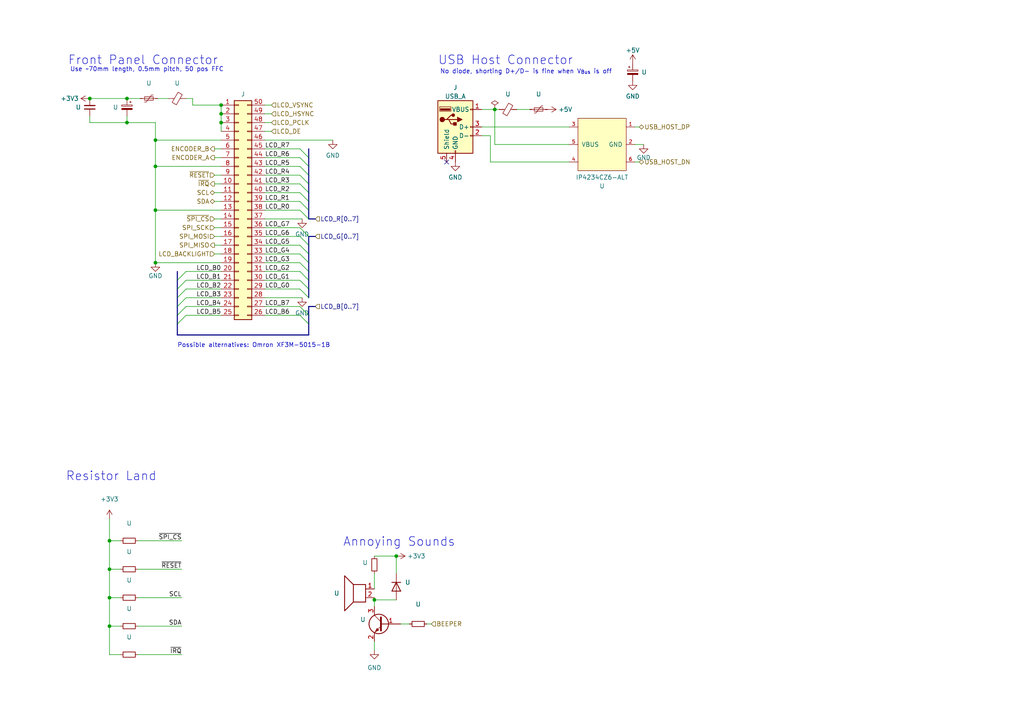
<source format=kicad_sch>
(kicad_sch (version 20220404) (generator eeschema)
  (paper "A4")
  (lib_symbols
    (symbol "Connector:USB_A" (pin_names (offset 1.016))
      (property "Reference" "J" (at -5.08 11.43 0))
      (property "Value" "USB_A" (at -5.08 8.89 0))
      (symbol "USB_A_0_1"
        (rectangle (start -5.08 -7.62) (end 5.08 7.62) (stroke (width 0.254)) (fill (type background)))
        (circle (center -3.81 2.159) (radius 0.635) (stroke (width 0.254)) (fill (type outline)))
        (rectangle (start -1.524 4.826) (end -4.318 5.334) (fill (type outline)))
        (rectangle (start -1.27 4.572) (end -4.572 5.842))
        (circle (center -0.635 3.429) (radius 0.381) (stroke (width 0.254)) (fill (type outline)))
        (rectangle (start -0.127 -7.62) (end 0.127 -6.858))
        (polyline (pts (xy -3.175 2.159) (xy -2.54 2.159) (xy -1.27 3.429) (xy -0.635 3.429)) (stroke (width 0.254)))
        (polyline (pts (xy -2.54 2.159) (xy -1.905 2.159) (xy -1.27 0.889) (xy 0 0.889)) (stroke (width 0.254)))
        (polyline (pts (xy 0.635 2.794) (xy 0.635 1.524) (xy 1.905 2.159) (xy 0.635 2.794)) (stroke (width 0.254)) (fill (type outline)))
        (rectangle (start 0.254 1.27) (end -0.508 0.508) (stroke (width 0.254)) (fill (type outline)))
        (rectangle (start 5.08 -2.667) (end 4.318 -2.413))
        (rectangle (start 5.08 -0.127) (end 4.318 0.127))
        (rectangle (start 5.08 4.953) (end 4.318 5.207))
      )
      (symbol "USB_A_1_1"
        (polyline (pts (xy -1.905 2.159) (xy 0.635 2.159)) (stroke (width 0.254)))
        (pin power_in line (at 7.62 5.08 180) (length 2.54) (name "VBUS") (number "1"))
        (pin bidirectional line (at 7.62 -2.54 180) (length 2.54) (name "D-") (number "2"))
        (pin bidirectional line (at 7.62 0 180) (length 2.54) (name "D+") (number "3"))
        (pin power_in line (at 0 -10.16 90) (length 2.54) (name "GND") (number "4"))
        (pin passive line (at -2.54 -10.16 90) (length 2.54) (name "Shield") (number "5"))
      )
    )
    (symbol "Connector_Generic:Conn_02x25_Counter_Clockwise" (pin_names (offset 1.016) hide)
      (property "Reference" "J" (at 1.27 33.02 0))
      (property "Value" "Conn_02x25_Counter_Clockwise" (at 1.27 -33.02 0))
      (symbol "Conn_02x25_Counter_Clockwise_1_1"
        (rectangle (start -1.27 -30.353) (end 0 -30.607) (stroke (width 0.1524)))
        (rectangle (start -1.27 -27.813) (end 0 -28.067) (stroke (width 0.1524)))
        (rectangle (start -1.27 -25.273) (end 0 -25.527) (stroke (width 0.1524)))
        (rectangle (start -1.27 -22.733) (end 0 -22.987) (stroke (width 0.1524)))
        (rectangle (start -1.27 -20.193) (end 0 -20.447) (stroke (width 0.1524)))
        (rectangle (start -1.27 -17.653) (end 0 -17.907) (stroke (width 0.1524)))
        (rectangle (start -1.27 -15.113) (end 0 -15.367) (stroke (width 0.1524)))
        (rectangle (start -1.27 -12.573) (end 0 -12.827) (stroke (width 0.1524)))
        (rectangle (start -1.27 -10.033) (end 0 -10.287) (stroke (width 0.1524)))
        (rectangle (start -1.27 -7.493) (end 0 -7.747) (stroke (width 0.1524)))
        (rectangle (start -1.27 -4.953) (end 0 -5.207) (stroke (width 0.1524)))
        (rectangle (start -1.27 -2.413) (end 0 -2.667) (stroke (width 0.1524)))
        (rectangle (start -1.27 0.127) (end 0 -0.127) (stroke (width 0.1524)))
        (rectangle (start -1.27 2.667) (end 0 2.413) (stroke (width 0.1524)))
        (rectangle (start -1.27 5.207) (end 0 4.953) (stroke (width 0.1524)))
        (rectangle (start -1.27 7.747) (end 0 7.493) (stroke (width 0.1524)))
        (rectangle (start -1.27 10.287) (end 0 10.033) (stroke (width 0.1524)))
        (rectangle (start -1.27 12.827) (end 0 12.573) (stroke (width 0.1524)))
        (rectangle (start -1.27 15.367) (end 0 15.113) (stroke (width 0.1524)))
        (rectangle (start -1.27 17.907) (end 0 17.653) (stroke (width 0.1524)))
        (rectangle (start -1.27 20.447) (end 0 20.193) (stroke (width 0.1524)))
        (rectangle (start -1.27 22.987) (end 0 22.733) (stroke (width 0.1524)))
        (rectangle (start -1.27 25.527) (end 0 25.273) (stroke (width 0.1524)))
        (rectangle (start -1.27 28.067) (end 0 27.813) (stroke (width 0.1524)))
        (rectangle (start -1.27 30.607) (end 0 30.353) (stroke (width 0.1524)))
        (rectangle (start -1.27 31.75) (end 3.81 -31.75) (stroke (width 0.254)) (fill (type background)))
        (rectangle (start 3.81 -30.353) (end 2.54 -30.607) (stroke (width 0.1524)))
        (rectangle (start 3.81 -27.813) (end 2.54 -28.067) (stroke (width 0.1524)))
        (rectangle (start 3.81 -25.273) (end 2.54 -25.527) (stroke (width 0.1524)))
        (rectangle (start 3.81 -22.733) (end 2.54 -22.987) (stroke (width 0.1524)))
        (rectangle (start 3.81 -20.193) (end 2.54 -20.447) (stroke (width 0.1524)))
        (rectangle (start 3.81 -17.653) (end 2.54 -17.907) (stroke (width 0.1524)))
        (rectangle (start 3.81 -15.113) (end 2.54 -15.367) (stroke (width 0.1524)))
        (rectangle (start 3.81 -12.573) (end 2.54 -12.827) (stroke (width 0.1524)))
        (rectangle (start 3.81 -10.033) (end 2.54 -10.287) (stroke (width 0.1524)))
        (rectangle (start 3.81 -7.493) (end 2.54 -7.747) (stroke (width 0.1524)))
        (rectangle (start 3.81 -4.953) (end 2.54 -5.207) (stroke (width 0.1524)))
        (rectangle (start 3.81 -2.413) (end 2.54 -2.667) (stroke (width 0.1524)))
        (rectangle (start 3.81 0.127) (end 2.54 -0.127) (stroke (width 0.1524)))
        (rectangle (start 3.81 2.667) (end 2.54 2.413) (stroke (width 0.1524)))
        (rectangle (start 3.81 5.207) (end 2.54 4.953) (stroke (width 0.1524)))
        (rectangle (start 3.81 7.747) (end 2.54 7.493) (stroke (width 0.1524)))
        (rectangle (start 3.81 10.287) (end 2.54 10.033) (stroke (width 0.1524)))
        (rectangle (start 3.81 12.827) (end 2.54 12.573) (stroke (width 0.1524)))
        (rectangle (start 3.81 15.367) (end 2.54 15.113) (stroke (width 0.1524)))
        (rectangle (start 3.81 17.907) (end 2.54 17.653) (stroke (width 0.1524)))
        (rectangle (start 3.81 20.447) (end 2.54 20.193) (stroke (width 0.1524)))
        (rectangle (start 3.81 22.987) (end 2.54 22.733) (stroke (width 0.1524)))
        (rectangle (start 3.81 25.527) (end 2.54 25.273) (stroke (width 0.1524)))
        (rectangle (start 3.81 28.067) (end 2.54 27.813) (stroke (width 0.1524)))
        (rectangle (start 3.81 30.607) (end 2.54 30.353) (stroke (width 0.1524)))
        (pin passive line (at -5.08 30.48 0) (length 3.81) (name "Pin_1") (number "1"))
        (pin passive line (at -5.08 7.62 0) (length 3.81) (name "Pin_10") (number "10"))
        (pin passive line (at -5.08 5.08 0) (length 3.81) (name "Pin_11") (number "11"))
        (pin passive line (at -5.08 2.54 0) (length 3.81) (name "Pin_12") (number "12"))
        (pin passive line (at -5.08 0 0) (length 3.81) (name "Pin_13") (number "13"))
        (pin passive line (at -5.08 -2.54 0) (length 3.81) (name "Pin_14") (number "14"))
        (pin passive line (at -5.08 -5.08 0) (length 3.81) (name "Pin_15") (number "15"))
        (pin passive line (at -5.08 -7.62 0) (length 3.81) (name "Pin_16") (number "16"))
        (pin passive line (at -5.08 -10.16 0) (length 3.81) (name "Pin_17") (number "17"))
        (pin passive line (at -5.08 -12.7 0) (length 3.81) (name "Pin_18") (number "18"))
        (pin passive line (at -5.08 -15.24 0) (length 3.81) (name "Pin_19") (number "19"))
        (pin passive line (at -5.08 27.94 0) (length 3.81) (name "Pin_2") (number "2"))
        (pin passive line (at -5.08 -17.78 0) (length 3.81) (name "Pin_20") (number "20"))
        (pin passive line (at -5.08 -20.32 0) (length 3.81) (name "Pin_21") (number "21"))
        (pin passive line (at -5.08 -22.86 0) (length 3.81) (name "Pin_22") (number "22"))
        (pin passive line (at -5.08 -25.4 0) (length 3.81) (name "Pin_23") (number "23"))
        (pin passive line (at -5.08 -27.94 0) (length 3.81) (name "Pin_24") (number "24"))
        (pin passive line (at -5.08 -30.48 0) (length 3.81) (name "Pin_25") (number "25"))
        (pin passive line (at 7.62 -30.48 180) (length 3.81) (name "Pin_26") (number "26"))
        (pin passive line (at 7.62 -27.94 180) (length 3.81) (name "Pin_27") (number "27"))
        (pin passive line (at 7.62 -25.4 180) (length 3.81) (name "Pin_28") (number "28"))
        (pin passive line (at 7.62 -22.86 180) (length 3.81) (name "Pin_29") (number "29"))
        (pin passive line (at -5.08 25.4 0) (length 3.81) (name "Pin_3") (number "3"))
        (pin passive line (at 7.62 -20.32 180) (length 3.81) (name "Pin_30") (number "30"))
        (pin passive line (at 7.62 -17.78 180) (length 3.81) (name "Pin_31") (number "31"))
        (pin passive line (at 7.62 -15.24 180) (length 3.81) (name "Pin_32") (number "32"))
        (pin passive line (at 7.62 -12.7 180) (length 3.81) (name "Pin_33") (number "33"))
        (pin passive line (at 7.62 -10.16 180) (length 3.81) (name "Pin_34") (number "34"))
        (pin passive line (at 7.62 -7.62 180) (length 3.81) (name "Pin_35") (number "35"))
        (pin passive line (at 7.62 -5.08 180) (length 3.81) (name "Pin_36") (number "36"))
        (pin passive line (at 7.62 -2.54 180) (length 3.81) (name "Pin_37") (number "37"))
        (pin passive line (at 7.62 0 180) (length 3.81) (name "Pin_38") (number "38"))
        (pin passive line (at 7.62 2.54 180) (length 3.81) (name "Pin_39") (number "39"))
        (pin passive line (at -5.08 22.86 0) (length 3.81) (name "Pin_4") (number "4"))
        (pin passive line (at 7.62 5.08 180) (length 3.81) (name "Pin_40") (number "40"))
        (pin passive line (at 7.62 7.62 180) (length 3.81) (name "Pin_41") (number "41"))
        (pin passive line (at 7.62 10.16 180) (length 3.81) (name "Pin_42") (number "42"))
        (pin passive line (at 7.62 12.7 180) (length 3.81) (name "Pin_43") (number "43"))
        (pin passive line (at 7.62 15.24 180) (length 3.81) (name "Pin_44") (number "44"))
        (pin passive line (at 7.62 17.78 180) (length 3.81) (name "Pin_45") (number "45"))
        (pin passive line (at 7.62 20.32 180) (length 3.81) (name "Pin_46") (number "46"))
        (pin passive line (at 7.62 22.86 180) (length 3.81) (name "Pin_47") (number "47"))
        (pin passive line (at 7.62 25.4 180) (length 3.81) (name "Pin_48") (number "48"))
        (pin passive line (at 7.62 27.94 180) (length 3.81) (name "Pin_49") (number "49"))
        (pin passive line (at -5.08 20.32 0) (length 3.81) (name "Pin_5") (number "5"))
        (pin passive line (at 7.62 30.48 180) (length 3.81) (name "Pin_50") (number "50"))
        (pin passive line (at -5.08 17.78 0) (length 3.81) (name "Pin_6") (number "6"))
        (pin passive line (at -5.08 15.24 0) (length 3.81) (name "Pin_7") (number "7"))
        (pin passive line (at -5.08 12.7 0) (length 3.81) (name "Pin_8") (number "8"))
        (pin passive line (at -5.08 10.16 0) (length 3.81) (name "Pin_9") (number "9"))
      )
    )
    (symbol "Device:C_Polarized_Small" (pin_numbers hide) (pin_names (offset 0.254) hide)
      (property "Reference" "C" (at 0.254 1.778 0))
      (property "Value" "C_Polarized_Small" (at 0.254 -2.032 0))
      (symbol "C_Polarized_Small_0_1"
        (rectangle (start -1.524 -0.3048) (end 1.524 -0.6858) (fill (type outline)))
        (rectangle (start -1.524 0.6858) (end 1.524 0.3048))
        (polyline (pts (xy -1.27 1.524) (xy -0.762 1.524)))
        (polyline (pts (xy -1.016 1.27) (xy -1.016 1.778)))
      )
      (symbol "C_Polarized_Small_1_1"
        (pin passive line (at 0 2.54 270) (length 1.8542) (name "~") (number "1"))
        (pin passive line (at 0 -2.54 90) (length 1.8542) (name "~") (number "2"))
      )
    )
    (symbol "Device:C_Small" (pin_numbers hide) (pin_names (offset 0.254) hide)
      (property "Reference" "C" (at 0.254 1.778 0))
      (property "Value" "C_Small" (at 0.254 -2.032 0))
      (symbol "C_Small_0_1"
        (polyline (pts (xy -1.524 -0.508) (xy 1.524 -0.508)) (stroke (width 0.3302)))
        (polyline (pts (xy -1.524 0.508) (xy 1.524 0.508)) (stroke (width 0.3048)))
      )
      (symbol "C_Small_1_1"
        (pin passive line (at 0 2.54 270) (length 2.032) (name "~") (number "1"))
        (pin passive line (at 0 -2.54 90) (length 2.032) (name "~") (number "2"))
      )
    )
    (symbol "Device:FerriteBead_Small" (pin_numbers hide) (pin_names (offset 0))
      (property "Reference" "FB" (at 1.905 1.27 0))
      (property "Value" "FerriteBead_Small" (at 1.905 -1.27 0))
      (symbol "FerriteBead_Small_0_1"
        (polyline (pts (xy 0 -1.27) (xy 0 -0.7874)))
        (polyline (pts (xy 0 0.889) (xy 0 1.2954)))
        (polyline (pts (xy -1.8288 0.2794) (xy -1.1176 1.4986) (xy 1.8288 -0.2032) (xy 1.1176 -1.4224) (xy -1.8288 0.2794)))
      )
      (symbol "FerriteBead_Small_1_1"
        (pin passive line (at 0 2.54 270) (length 1.27) (name "~") (number "1"))
        (pin passive line (at 0 -2.54 90) (length 1.27) (name "~") (number "2"))
      )
    )
    (symbol "Device:Polyfuse_Small" (pin_numbers hide) (pin_names (offset 0))
      (property "Reference" "F" (at -1.905 0 90))
      (property "Value" "Polyfuse_Small" (at 1.905 0 90))
      (symbol "Polyfuse_Small_0_1"
        (rectangle (start -0.508 1.27) (end 0.508 -1.27))
        (polyline (pts (xy 0 2.54) (xy 0 -2.54)))
        (polyline (pts (xy -1.016 1.27) (xy -1.016 0.762) (xy 1.016 -0.762) (xy 1.016 -1.27)))
      )
      (symbol "Polyfuse_Small_1_1"
        (pin passive line (at 0 2.54 270) (length 0.635) (name "~") (number "1"))
        (pin passive line (at 0 -2.54 90) (length 0.635) (name "~") (number "2"))
      )
    )
    (symbol "Device:R_Small" (pin_numbers hide) (pin_names (offset 0.254) hide)
      (property "Reference" "R" (at 0.762 0.508 0))
      (property "Value" "R_Small" (at 0.762 -1.016 0))
      (symbol "R_Small_0_1"
        (rectangle (start -0.762 1.778) (end 0.762 -1.778) (stroke (width 0.2032)))
      )
      (symbol "R_Small_1_1"
        (pin passive line (at 0 2.54 270) (length 0.762) (name "~") (number "1"))
        (pin passive line (at 0 -2.54 90) (length 0.762) (name "~") (number "2"))
      )
    )
    (symbol "Device:Speaker" (pin_names (offset 0) hide)
      (property "Reference" "LS" (at 1.27 5.715 0))
      (property "Value" "Speaker" (at 1.27 3.81 0))
      (symbol "Speaker_0_0"
        (rectangle (start -2.54 1.27) (end 1.016 -3.81) (stroke (width 0.254)))
        (polyline (pts (xy 1.016 1.27) (xy 3.556 3.81) (xy 3.556 -6.35) (xy 1.016 -3.81)) (stroke (width 0.254)))
      )
      (symbol "Speaker_1_1"
        (pin input line (at -5.08 0 0) (length 2.54) (name "1") (number "1"))
        (pin input line (at -5.08 -2.54 0) (length 2.54) (name "2") (number "2"))
      )
    )
    (symbol "Diode:SM4007" (pin_numbers hide) (pin_names (offset 1.016) hide)
      (property "Reference" "D" (at 0 2.54 0))
      (property "Value" "SM4007" (at 0 -2.54 0))
      (symbol "SM4007_0_1"
        (polyline (pts (xy -1.27 1.27) (xy -1.27 -1.27)) (stroke (width 0.254)))
        (polyline (pts (xy 1.27 0) (xy -1.27 0)))
        (polyline (pts (xy 1.27 1.27) (xy 1.27 -1.27) (xy -1.27 0) (xy 1.27 1.27)) (stroke (width 0.254)))
      )
      (symbol "SM4007_1_1"
        (pin passive line (at -3.81 0 0) (length 2.54) (name "K") (number "1"))
        (pin passive line (at 3.81 0 180) (length 2.54) (name "A") (number "2"))
      )
    )
    (symbol "Transistor_BJT:MMBT3904" (pin_names (offset 0) hide)
      (property "Reference" "Q" (at 5.08 1.905 0))
      (property "Value" "MMBT3904" (at 5.08 0 0))
      (symbol "MMBT3904_0_1"
        (polyline (pts (xy 0.635 0.635) (xy 2.54 2.54)))
        (polyline (pts (xy 0.635 -0.635) (xy 2.54 -2.54) (xy 2.54 -2.54)))
        (polyline (pts (xy 0.635 1.905) (xy 0.635 -1.905) (xy 0.635 -1.905)) (stroke (width 0.508)))
        (polyline (pts (xy 1.27 -1.778) (xy 1.778 -1.27) (xy 2.286 -2.286) (xy 1.27 -1.778) (xy 1.27 -1.778)) (fill (type outline)))
        (circle (center 1.27 0) (radius 2.8194) (stroke (width 0.254)))
      )
      (symbol "MMBT3904_1_1"
        (pin input line (at -5.08 0 0) (length 5.715) (name "B") (number "1"))
        (pin passive line (at 2.54 -5.08 90) (length 2.54) (name "E") (number "2"))
        (pin passive line (at 2.54 5.08 270) (length 2.54) (name "C") (number "3"))
      )
    )
    (symbol "power:+3V3" (power) (pin_names (offset 0))
      (property "Value" "+3V3" (at 0 3.556 0))
      (symbol "+3V3_0_1"
        (polyline (pts (xy -0.762 1.27) (xy 0 2.54)))
        (polyline (pts (xy 0 0) (xy 0 2.54)))
        (polyline (pts (xy 0 2.54) (xy 0.762 1.27)))
      )
      (symbol "+3V3_1_1"
        (pin power_in line (at 0 0 90) (length 0) hide (name "+3V3") (number "1"))
      )
    )
    (symbol "power:+5V" (power) (pin_names (offset 0))
      (property "Value" "+5V" (at 0 3.556 0))
      (symbol "+5V_0_1"
        (polyline (pts (xy -0.762 1.27) (xy 0 2.54)))
        (polyline (pts (xy 0 0) (xy 0 2.54)))
        (polyline (pts (xy 0 2.54) (xy 0.762 1.27)))
      )
      (symbol "+5V_1_1"
        (pin power_in line (at 0 0 90) (length 0) hide (name "+5V") (number "1"))
      )
    )
    (symbol "power:GND" (power) (pin_names (offset 0))
      (property "Value" "GND" (at 0 -3.81 0))
      (symbol "GND_0_1"
        (polyline (pts (xy 0 0) (xy 0 -1.27) (xy 1.27 -1.27) (xy 0 -2.54) (xy -1.27 -1.27) (xy 0 -1.27)))
      )
      (symbol "GND_1_1"
        (pin power_in line (at 0 0 270) (length 0) hide (name "GND") (number "1"))
      )
    )
    (symbol "power:PWR_FLAG" (power) (pin_numbers hide) (pin_names (offset 0) hide)
      (property "Value" "PWR_FLAG" (at 0 3.81 0))
      (symbol "PWR_FLAG_0_0"
        (pin power_out line (at 0 0 90) (length 0) (name "pwr") (number "1"))
      )
      (symbol "PWR_FLAG_0_1"
        (polyline (pts (xy 0 0) (xy 0 1.27) (xy -1.016 1.905) (xy 0 2.54) (xy 1.016 1.905) (xy 0 1.27)))
      )
    )
    (symbol "programmable-load:IP4234CZ6-ALT" (pin_names (offset 1.016))
      (property "Reference" "U" (at 6.35 5.08 0))
      (property "Value" "IP4234CZ6-ALT" (at 6.35 2.54 0))
      (symbol "IP4234CZ6-ALT_0_1"
        (rectangle (start 0 0) (end 13.97 -15.24) (fill (type background)))
      )
      (symbol "IP4234CZ6-ALT_1_1"
        (pin passive line (at 16.51 -12.7 180) (length 2.54) (name "1") (number "1"))
        (pin passive line (at 16.51 -7.62 180) (length 2.54) (name "GND") (number "2"))
        (pin passive line (at -2.54 -12.7 0) (length 2.54) (name "3") (number "3"))
        (pin passive line (at -2.54 -2.54 0) (length 2.54) (name "4") (number "4"))
        (pin passive line (at -2.54 -7.62 0) (length 2.54) (name "VBUS") (number "5"))
        (pin passive line (at 16.51 -2.54 180) (length 2.54) (name "6") (number "6"))
      )
    )
  )
  (junction (at 64.135 35.56))
  (junction (at 31.75 156.845))
  (junction (at 36.83 35.56))
  (junction (at 64.135 33.02))
  (junction (at 45.085 40.64))
  (junction (at 64.135 30.48))
  (junction (at 31.75 173.355))
  (junction (at 114.935 161.29))
  (junction (at 45.085 60.96))
  (junction (at 31.75 165.1))
  (junction (at 26.035 28.575))
  (junction (at 143.51 31.75))
  (junction (at 45.085 48.26))
  (junction (at 108.585 173.99))
  (junction (at 45.085 76.2))
  (junction (at 36.83 28.575))
  (junction (at 31.75 181.61))
  (no_connect (at 129.54 46.99))
  (bus_entry (at 89.535 86.36) (size -2.54 -2.54))
  (bus_entry (at 89.535 73.66) (size -2.54 -2.54))
  (bus_entry (at 51.435 88.9) (size 2.54 -2.54))
  (bus_entry (at 89.535 83.82) (size -2.54 -2.54))
  (bus_entry (at 89.535 78.74) (size -2.54 -2.54))
  (bus_entry (at 51.435 93.98) (size 2.54 -2.54))
  (bus_entry (at 89.535 81.28) (size -2.54 -2.54))
  (bus_entry (at 89.535 55.88) (size -2.54 -2.54))
  (bus_entry (at 89.535 58.42) (size -2.54 -2.54))
  (bus_entry (at 51.435 81.28) (size 2.54 -2.54))
  (bus_entry (at 89.535 93.98) (size -2.54 -2.54))
  (bus_entry (at 89.535 91.44) (size -2.54 -2.54))
  (bus_entry (at 89.535 63.5) (size -2.54 -2.54))
  (bus_entry (at 89.535 50.8) (size -2.54 -2.54))
  (bus_entry (at 89.535 60.96) (size -2.54 -2.54))
  (bus_entry (at 51.435 83.82) (size 2.54 -2.54))
  (bus_entry (at 89.535 45.72) (size -2.54 -2.54))
  (bus_entry (at 51.435 86.36) (size 2.54 -2.54))
  (bus_entry (at 89.535 71.12) (size -2.54 -2.54))
  (bus_entry (at 89.535 48.26) (size -2.54 -2.54))
  (bus_entry (at 51.435 91.44) (size 2.54 -2.54))
  (bus_entry (at 89.535 53.34) (size -2.54 -2.54))
  (bus_entry (at 89.535 68.58) (size -2.54 -2.54))
  (bus_entry (at 89.535 76.2) (size -2.54 -2.54))
  (bus (pts (xy 89.535 88.9) (xy 91.44 88.9)))
  (wire (pts (xy 31.75 165.1) (xy 34.925 165.1)))
  (wire (pts (xy 45.085 35.56) (xy 45.085 40.64)))
  (wire (pts (xy 118.745 180.975) (xy 116.205 180.975)))
  (wire (pts (xy 62.23 71.12) (xy 64.135 71.12)))
  (wire (pts (xy 62.23 50.8) (xy 64.135 50.8)))
  (wire (pts (xy 86.995 58.42) (xy 76.835 58.42)))
  (wire (pts (xy 53.975 88.9) (xy 64.135 88.9)))
  (wire (pts (xy 62.23 58.42) (xy 64.135 58.42)))
  (wire (pts (xy 62.23 68.58) (xy 64.135 68.58)))
  (wire (pts (xy 86.995 66.04) (xy 76.835 66.04)))
  (wire (pts (xy 108.585 161.29) (xy 114.935 161.29)))
  (wire (pts (xy 86.995 76.2) (xy 76.835 76.2)))
  (wire (pts (xy 31.75 181.61) (xy 34.925 181.61)))
  (wire (pts (xy 31.75 173.355) (xy 34.925 173.355)))
  (bus (pts (xy 51.435 81.28) (xy 51.435 83.82)))
  (bus (pts (xy 51.435 93.98) (xy 51.435 97.155)))
  (wire (pts (xy 40.005 189.865) (xy 52.705 189.865)))
  (bus (pts (xy 89.535 43.18) (xy 89.535 45.72)))
  (wire (pts (xy 40.005 181.61) (xy 52.705 181.61)))
  (wire (pts (xy 31.75 173.355) (xy 31.75 165.1)))
  (bus (pts (xy 89.535 68.58) (xy 89.535 71.12)))
  (wire (pts (xy 86.995 53.34) (xy 76.835 53.34)))
  (wire (pts (xy 143.51 41.91) (xy 143.51 31.75)))
  (wire (pts (xy 53.975 83.82) (xy 64.135 83.82)))
  (wire (pts (xy 86.995 73.66) (xy 76.835 73.66)))
  (wire (pts (xy 86.995 88.9) (xy 76.835 88.9)))
  (wire (pts (xy 45.085 40.64) (xy 45.085 48.26)))
  (wire (pts (xy 40.005 156.845) (xy 52.705 156.845)))
  (bus (pts (xy 89.535 63.5) (xy 91.44 63.5)))
  (wire (pts (xy 86.995 45.72) (xy 76.835 45.72)))
  (bus (pts (xy 89.535 97.155) (xy 51.435 97.155)))
  (bus (pts (xy 51.435 78.74) (xy 51.435 81.28)))
  (wire (pts (xy 123.825 180.975) (xy 125.095 180.975)))
  (bus (pts (xy 89.535 55.88) (xy 89.535 58.42)))
  (wire (pts (xy 55.88 30.48) (xy 64.135 30.48)))
  (wire (pts (xy 108.585 186.055) (xy 108.585 188.595)))
  (wire (pts (xy 184.15 46.99) (xy 185.42 46.99)))
  (wire (pts (xy 86.995 43.18) (xy 76.835 43.18)))
  (bus (pts (xy 89.535 76.2) (xy 89.535 78.74)))
  (bus (pts (xy 51.435 86.36) (xy 51.435 88.9)))
  (wire (pts (xy 53.975 86.36) (xy 64.135 86.36)))
  (wire (pts (xy 62.23 73.66) (xy 64.135 73.66)))
  (wire (pts (xy 149.86 31.75) (xy 153.67 31.75)))
  (wire (pts (xy 142.24 39.37) (xy 139.7 39.37)))
  (bus (pts (xy 89.535 50.8) (xy 89.535 53.34)))
  (wire (pts (xy 86.995 55.88) (xy 76.835 55.88)))
  (wire (pts (xy 64.135 35.56) (xy 64.135 38.1)))
  (wire (pts (xy 108.585 173.99) (xy 108.585 175.895)))
  (wire (pts (xy 31.75 150.495) (xy 31.75 156.845)))
  (bus (pts (xy 89.535 48.26) (xy 89.535 50.8)))
  (wire (pts (xy 45.085 76.2) (xy 64.135 76.2)))
  (wire (pts (xy 31.75 156.845) (xy 31.75 165.1)))
  (wire (pts (xy 36.83 35.56) (xy 45.085 35.56)))
  (wire (pts (xy 53.975 78.74) (xy 64.135 78.74)))
  (wire (pts (xy 86.995 83.82) (xy 76.835 83.82)))
  (wire (pts (xy 53.975 91.44) (xy 64.135 91.44)))
  (wire (pts (xy 86.995 50.8) (xy 76.835 50.8)))
  (wire (pts (xy 165.1 46.99) (xy 142.24 46.99)))
  (wire (pts (xy 76.835 38.1) (xy 78.74 38.1)))
  (wire (pts (xy 86.995 68.58) (xy 76.835 68.58)))
  (wire (pts (xy 86.995 60.96) (xy 76.835 60.96)))
  (wire (pts (xy 53.975 81.28) (xy 64.135 81.28)))
  (wire (pts (xy 45.085 60.96) (xy 45.085 76.2)))
  (wire (pts (xy 40.005 173.355) (xy 52.705 173.355)))
  (wire (pts (xy 142.24 46.99) (xy 142.24 39.37)))
  (wire (pts (xy 139.7 31.75) (xy 143.51 31.75)))
  (bus (pts (xy 89.535 93.98) (xy 89.535 97.155)))
  (wire (pts (xy 108.585 166.37) (xy 108.585 170.815)))
  (wire (pts (xy 64.135 48.26) (xy 45.085 48.26)))
  (wire (pts (xy 64.135 43.18) (xy 62.23 43.18)))
  (wire (pts (xy 31.75 181.61) (xy 31.75 173.355)))
  (wire (pts (xy 26.035 28.575) (xy 36.83 28.575)))
  (wire (pts (xy 114.935 173.99) (xy 108.585 173.99)))
  (bus (pts (xy 89.535 60.96) (xy 89.535 63.5)))
  (bus (pts (xy 51.435 88.9) (xy 51.435 91.44)))
  (wire (pts (xy 62.23 66.04) (xy 64.135 66.04)))
  (wire (pts (xy 26.035 35.56) (xy 26.035 33.655)))
  (wire (pts (xy 53.975 28.575) (xy 55.88 28.575)))
  (wire (pts (xy 40.005 165.1) (xy 52.705 165.1)))
  (wire (pts (xy 62.23 55.88) (xy 64.135 55.88)))
  (wire (pts (xy 64.135 30.48) (xy 64.135 33.02)))
  (wire (pts (xy 76.835 40.64) (xy 96.52 40.64)))
  (wire (pts (xy 86.995 91.44) (xy 76.835 91.44)))
  (wire (pts (xy 36.83 33.655) (xy 36.83 35.56)))
  (bus (pts (xy 51.435 91.44) (xy 51.435 93.98)))
  (wire (pts (xy 76.835 35.56) (xy 78.74 35.56)))
  (wire (pts (xy 184.15 41.91) (xy 186.69 41.91)))
  (bus (pts (xy 89.535 71.12) (xy 89.535 73.66)))
  (wire (pts (xy 45.085 40.64) (xy 64.135 40.64)))
  (bus (pts (xy 89.535 91.44) (xy 89.535 93.98)))
  (bus (pts (xy 89.535 88.9) (xy 89.535 91.44)))
  (bus (pts (xy 89.535 83.82) (xy 89.535 86.36)))
  (wire (pts (xy 76.835 63.5) (xy 87.63 63.5)))
  (wire (pts (xy 76.835 86.36) (xy 87.63 86.36)))
  (wire (pts (xy 45.085 48.26) (xy 45.085 60.96)))
  (wire (pts (xy 143.51 31.75) (xy 144.78 31.75)))
  (bus (pts (xy 89.535 81.28) (xy 89.535 83.82)))
  (wire (pts (xy 31.75 189.865) (xy 34.925 189.865)))
  (wire (pts (xy 64.135 45.72) (xy 62.23 45.72)))
  (wire (pts (xy 36.83 28.575) (xy 40.64 28.575)))
  (bus (pts (xy 89.535 73.66) (xy 89.535 76.2)))
  (bus (pts (xy 51.435 83.82) (xy 51.435 86.36)))
  (wire (pts (xy 64.135 33.02) (xy 64.135 35.56)))
  (wire (pts (xy 64.135 60.96) (xy 45.085 60.96)))
  (wire (pts (xy 86.995 48.26) (xy 76.835 48.26)))
  (wire (pts (xy 62.23 53.34) (xy 64.135 53.34)))
  (wire (pts (xy 62.23 63.5) (xy 64.135 63.5)))
  (wire (pts (xy 184.15 36.83) (xy 185.42 36.83)))
  (bus (pts (xy 89.535 45.72) (xy 89.535 48.26)))
  (wire (pts (xy 139.7 36.83) (xy 165.1 36.83)))
  (wire (pts (xy 26.035 35.56) (xy 36.83 35.56)))
  (wire (pts (xy 55.88 30.48) (xy 55.88 28.575)))
  (wire (pts (xy 165.1 41.91) (xy 143.51 41.91)))
  (wire (pts (xy 31.75 189.865) (xy 31.75 181.61)))
  (wire (pts (xy 114.935 161.29) (xy 114.935 166.37)))
  (bus (pts (xy 89.535 78.74) (xy 89.535 81.28)))
  (bus (pts (xy 89.535 68.58) (xy 91.44 68.58)))
  (bus (pts (xy 89.535 53.34) (xy 89.535 55.88)))
  (wire (pts (xy 76.835 30.48) (xy 78.74 30.48)))
  (wire (pts (xy 86.995 71.12) (xy 76.835 71.12)))
  (wire (pts (xy 108.585 173.355) (xy 108.585 173.99)))
  (wire (pts (xy 76.835 33.02) (xy 78.74 33.02)))
  (bus (pts (xy 89.535 58.42) (xy 89.535 60.96)))
  (wire (pts (xy 86.995 81.28) (xy 76.835 81.28)))
  (wire (pts (xy 86.995 78.74) (xy 76.835 78.74)))
  (wire (pts (xy 31.75 156.845) (xy 34.925 156.845)))
  (wire (pts (xy 45.72 28.575) (xy 48.895 28.575)))
  (text "No diode, shorting D+/D- is fine when V_{Bus} is off" (at 127.635 21.59 0) (effects (font (size 1.27 1.27)) (justify left bottom)))
  (text "Use ~70mm length, 0.5mm pitch, 50 pos FFC" (at 20.32 20.955 0) (effects (font (size 1.27 1.27)) (justify left bottom)))
  (text "Front Panel Connector" (at 19.685 19.05 0) (effects (font (size 2.54 2.54)) (justify left bottom)))
  (text "Possible alternatives: Omron XF3M-5015-1B" (at 51.435 100.965 0) (effects (font (size 1.27 1.27)) (justify left bottom)))
  (text "USB Host Connector" (at 127 19.05 0) (effects (font (size 2.54 2.54)) (justify left bottom)))
  (text "Resistor Land" (at 19.05 139.7 0) (effects (font (size 2.54 2.54)) (justify left bottom)))
  (text "Annoying Sounds" (at 132.08 158.75 0) (effects (font (size 2.54 2.54)) (justify right bottom)))
  (label "LCD_G7" (at 76.835 66.04 0))
  (label "LCD_G4" (at 76.835 73.66 0))
  (label "LCD_R7" (at 76.835 43.18 0))
  (label "~{IRQ}" (at 52.705 189.865 0))
  (label "LCD_B0" (at 64.135 78.74 0))
  (label "~{SPI_CS}" (at 52.705 156.845 0))
  (label "LCD_R6" (at 76.835 45.72 0))
  (label "LCD_B3" (at 64.135 86.36 0))
  (label "LCD_B6" (at 76.835 91.44 0))
  (label "LCD_G6" (at 76.835 68.58 0))
  (label "SDA" (at 52.705 181.61 0))
  (label "LCD_B5" (at 64.135 91.44 0))
  (label "LCD_G1" (at 76.835 81.28 0))
  (label "SCL" (at 52.705 173.355 0))
  (label "LCD_G3" (at 76.835 76.2 0))
  (label "LCD_R5" (at 76.835 48.26 0))
  (label "LCD_B7" (at 76.835 88.9 0))
  (label "~{RESET}" (at 52.705 165.1 0))
  (label "LCD_G2" (at 76.835 78.74 0))
  (label "LCD_B2" (at 64.135 83.82 0))
  (label "LCD_R0" (at 76.835 60.96 0))
  (label "LCD_B1" (at 64.135 81.28 0))
  (label "LCD_B4" (at 64.135 88.9 0))
  (label "LCD_G0" (at 76.835 83.82 0))
  (label "LCD_R1" (at 76.835 58.42 0))
  (label "LCD_R2" (at 76.835 55.88 0))
  (label "LCD_R3" (at 76.835 53.34 0))
  (label "LCD_G5" (at 76.835 71.12 0))
  (label "LCD_R4" (at 76.835 50.8 0))
  (hierarchical_label "LCD_BACKLIGHT" (shape input) (at 62.23 73.66 180))
  (hierarchical_label "SPI_SCK" (shape input) (at 62.23 66.04 180))
  (hierarchical_label "ENCODER_A" (shape output) (at 62.23 45.72 180))
  (hierarchical_label "ENCODER_B" (shape output) (at 62.23 43.18 180))
  (hierarchical_label "LCD_DE" (shape input) (at 78.74 38.1 0))
  (hierarchical_label "USB_HOST_DN" (shape bidirectional) (at 185.42 46.99 0))
  (hierarchical_label "SPI_MISO" (shape output) (at 62.23 71.12 180))
  (hierarchical_label "LCD_R[0..7]" (shape input) (at 91.44 63.5 0))
  (hierarchical_label "BEEPER" (shape input) (at 125.095 180.975 0))
  (hierarchical_label "~{IRQ}" (shape output) (at 62.23 53.34 180))
  (hierarchical_label "LCD_VSYNC" (shape input) (at 78.74 30.48 0))
  (hierarchical_label "LCD_PCLK" (shape input) (at 78.74 35.56 0))
  (hierarchical_label "~{RESET}" (shape input) (at 62.23 50.8 180))
  (hierarchical_label "SDA" (shape bidirectional) (at 62.23 58.42 180))
  (hierarchical_label "USB_HOST_DP" (shape bidirectional) (at 185.42 36.83 0))
  (hierarchical_label "SPI_MOSI" (shape input) (at 62.23 68.58 180))
  (hierarchical_label "LCD_B[0..7]" (shape input) (at 91.44 88.9 0))
  (hierarchical_label "~{SPI_CS}" (shape input) (at 62.23 63.5 180))
  (hierarchical_label "SCL" (shape bidirectional) (at 62.23 55.88 180))
  (hierarchical_label "LCD_HSYNC" (shape input) (at 78.74 33.02 0))
  (hierarchical_label "LCD_G[0..7]" (shape input) (at 91.44 68.58 0))
  (symbol (lib_id "Device:Polyfuse_Small") (at 156.21 31.75 90) (unit 1)
    (default_instance (reference "U") (unit 1) (value "") (footprint ""))
    (property "Reference" "U" (at 156.21 27.305 90))
    (property "MPN" "0ZCJ0050FF2G" (effects hide))
  )
  (symbol (lib_id "power:+5V") (at 158.75 31.75 270) (unit 1)
    (default_instance (reference "#PWR") (unit 1) (value "+5V") (footprint ""))
    (property "Reference" "#PWR" (effects hide))
    (property "Value" "+5V" (at 161.925 31.75 90) (effects (justify left)))
  )
  (symbol (lib_id "Device:C_Polarized_Small") (at 36.83 31.115 0) (mirror y) (unit 1)
    (default_instance (reference "U") (unit 1) (value "") (footprint ""))
    (property "Reference" "U" (at 34.29 31.115 0) (effects (justify left)))
    (property "MPN" "TAJA106K016RNJ" (effects hide))
  )
  (symbol (lib_id "power:GND") (at 96.52 40.64 0) (unit 1)
    (default_instance (reference "#PWR") (unit 1) (value "GND") (footprint ""))
    (property "Reference" "#PWR" (effects hide))
    (property "Value" "GND" (at 96.52 45.085 0))
  )
  (symbol (lib_id "power:GND") (at 186.69 41.91 0) (mirror y) (unit 1)
    (default_instance (reference "#PWR") (unit 1) (value "GND") (footprint ""))
    (property "Reference" "#PWR" (effects hide))
    (property "Value" "GND" (at 186.69 45.72 0))
  )
  (symbol (lib_id "Connector:USB_A") (at 132.08 36.83 0) (unit 1)
    (default_instance (reference "J") (unit 1) (value "USB_A") (footprint ""))
    (property "Reference" "J" (at 132.08 25.4 0))
    (property "Value" "USB_A" (at 132.08 27.94 0))
    (property "Datasheet" " ~" (effects hide))
    (property "MPN" "UJ2-AH-4-TH" (effects hide))
  )
  (symbol (lib_id "Device:R_Small") (at 37.465 189.865 270) (mirror x) (unit 1)
    (default_instance (reference "U") (unit 1) (value "") (footprint ""))
    (property "Reference" "U" (at 37.465 184.785 90))
  )
  (symbol (lib_id "Connector_Generic:Conn_02x25_Counter_Clockwise") (at 69.215 60.96 0) (unit 1)
    (default_instance (reference "J") (unit 1) (value "Conn_02x25_Counter_Clockwise") (footprint ""))
    (property "Reference" "J" (at 70.485 27.305 0))
    (property "Value" "Conn_02x25_Counter_Clockwise" (effects hide))
  )
  (symbol (lib_id "Device:FerriteBead_Small") (at 147.32 31.75 90) (unit 1)
    (default_instance (reference "U") (unit 1) (value "") (footprint ""))
    (property "Reference" "U" (at 147.32 27.305 90))
    (property "MPN" "MFBM1V2012-800-R" (effects hide))
  )
  (symbol (lib_id "Device:R_Small") (at 37.465 165.1 270) (mirror x) (unit 1)
    (default_instance (reference "U") (unit 1) (value "") (footprint ""))
    (property "Reference" "U" (at 37.465 160.02 90))
  )
  (symbol (lib_id "Device:R_Small") (at 37.465 156.845 270) (mirror x) (unit 1)
    (default_instance (reference "U") (unit 1) (value "") (footprint ""))
    (property "Reference" "U" (at 37.465 151.765 90))
  )
  (symbol (lib_id "power:GND") (at 183.515 23.495 0) (unit 1)
    (default_instance (reference "#PWR") (unit 1) (value "GND") (footprint ""))
    (property "Reference" "#PWR" (effects hide))
    (property "Value" "GND" (at 183.515 27.94 0))
  )
  (symbol (lib_id "power:PWR_FLAG") (at 143.51 31.75 0) (unit 1)
    (default_instance (reference "#FLG") (unit 1) (value "PWR_FLAG") (footprint ""))
    (property "Reference" "#FLG" (effects hide))
    (property "Value" "PWR_FLAG" (effects hide))
  )
  (symbol (lib_id "power:+3V3") (at 31.75 150.495 0) (unit 1)
    (default_instance (reference "U") (unit 1) (value "") (footprint ""))
    (property "Reference" "U" (effects hide))
  )
  (symbol (lib_id "programmable-load:IP4234CZ6-ALT") (at 167.64 49.53 0) (mirror x) (unit 1)
    (default_instance (reference "U") (unit 1) (value "IP4234CZ6-ALT") (footprint "Package_SO:TSOP-6_1.65x3.05mm_P0.95mm"))
    (property "Reference" "U" (at 174.625 53.975 0))
    (property "Value" "IP4234CZ6-ALT" (at 174.625 51.435 0))
    (property "Footprint" "Package_SO:TSOP-6_1.65x3.05mm_P0.95mm" (effects hide))
    (property "Datasheet" "https://assets.nexperia.com/documents/data-sheet/IP4234CZ6.pdf" (effects hide))
  )
  (symbol (lib_id "power:GND") (at 132.08 46.99 0) (unit 1)
    (default_instance (reference "#PWR") (unit 1) (value "GND") (footprint ""))
    (property "Reference" "#PWR" (effects hide))
    (property "Value" "GND" (at 132.08 51.435 0))
  )
  (symbol (lib_id "power:GND") (at 108.585 188.595 0) (mirror y) (unit 1)
    (default_instance (reference "U") (unit 1) (value "") (footprint ""))
    (property "Reference" "U" (effects hide))
  )
  (symbol (lib_id "Device:R_Small") (at 37.465 181.61 270) (mirror x) (unit 1)
    (default_instance (reference "U") (unit 1) (value "") (footprint ""))
    (property "Reference" "U" (at 37.465 176.53 90))
  )
  (symbol (lib_id "Device:R_Small") (at 37.465 173.355 270) (mirror x) (unit 1)
    (default_instance (reference "U") (unit 1) (value "") (footprint ""))
    (property "Reference" "U" (at 37.465 168.275 90))
  )
  (symbol (lib_id "Device:R_Small") (at 108.585 163.83 0) (mirror x) (unit 1)
    (default_instance (reference "U") (unit 1) (value "") (footprint ""))
    (property "Reference" "U" (at 106.68 163.195 0) (effects (justify right)))
  )
  (symbol (lib_id "Device:Speaker") (at 103.505 170.815 0) (mirror y) (unit 1)
    (default_instance (reference "U") (unit 1) (value "") (footprint ""))
    (property "Reference" "U" (at 98.425 172.085 0) (effects (justify left)))
    (property "MPN" "AT-1127-ST-2-R" (effects hide))
  )
  (symbol (lib_id "power:+5V") (at 183.515 18.415 0) (unit 1)
    (default_instance (reference "#PWR") (unit 1) (value "+5V") (footprint ""))
    (property "Reference" "#PWR" (effects hide))
    (property "Value" "+5V" (at 183.515 14.605 0))
  )
  (symbol (lib_id "power:GND") (at 87.63 63.5 0) (unit 1)
    (default_instance (reference "#PWR") (unit 1) (value "GND") (footprint ""))
    (property "Reference" "#PWR" (effects hide))
    (property "Value" "GND" (at 87.63 67.945 0))
  )
  (symbol (lib_id "power:+3V3") (at 114.935 161.29 270) (unit 1)
    (default_instance (reference "U") (unit 1) (value "") (footprint ""))
    (property "Reference" "U" (effects hide))
  )
  (symbol (lib_id "Device:Polyfuse_Small") (at 43.18 28.575 90) (unit 1)
    (default_instance (reference "U") (unit 1) (value "") (footprint ""))
    (property "Reference" "U" (at 43.18 24.13 90))
    (property "MPN" "0ZCJ0050FF2G" (effects hide))
  )
  (symbol (lib_id "power:+3V3") (at 26.035 28.575 90) (unit 1)
    (default_instance (reference "U") (unit 1) (value "") (footprint ""))
    (property "Reference" "U" (effects hide))
  )
  (symbol (lib_id "power:GND") (at 87.63 86.36 0) (unit 1)
    (default_instance (reference "#PWR") (unit 1) (value "GND") (footprint ""))
    (property "Reference" "#PWR" (effects hide))
    (property "Value" "GND" (at 87.63 90.805 0))
  )
  (symbol (lib_id "power:GND") (at 45.085 76.2 0) (unit 1)
    (default_instance (reference "#PWR") (unit 1) (value "GND") (footprint ""))
    (property "Reference" "#PWR" (effects hide))
    (property "Value" "GND" (at 45.085 80.01 0))
  )
  (symbol (lib_id "Diode:SM4007") (at 114.935 170.18 270) (unit 1)
    (default_instance (reference "U") (unit 1) (value "") (footprint ""))
    (property "Reference" "U" (at 117.475 168.91 90) (effects (justify left)))
    (property "Datasheet" "http://cdn-reichelt.de/documents/datenblatt/A400/SMD1N400%23DIO.pdf" (effects hide))
    (property "MPN" "FM4007W-W" (effects hide))
  )
  (symbol (lib_id "Device:C_Polarized_Small") (at 183.515 20.955 0) (unit 1)
    (default_instance (reference "U") (unit 1) (value "") (footprint ""))
    (property "Reference" "U" (at 186.055 20.955 0) (effects (justify left)))
    (property "MPN" "A768EB336M1GLAE045" (effects hide))
  )
  (symbol (lib_id "Transistor_BJT:MMBT3904") (at 111.125 180.975 0) (mirror y) (unit 1)
    (default_instance (reference "U") (unit 1) (value "") (footprint ""))
    (property "Reference" "U" (at 106.045 179.7049 0) (effects (justify left)))
    (property "Datasheet" "https://www.onsemi.com/pub/Collateral/2N3903-D.PDF" (effects hide))
    (property "MPN" "MMBT3904,215" (effects hide))
  )
  (symbol (lib_id "Device:C_Small") (at 26.035 31.115 0) (mirror x) (unit 1)
    (default_instance (reference "U") (unit 1) (value "") (footprint ""))
    (property "Reference" "U" (at 23.495 31.115 0) (effects (justify right)))
  )
  (symbol (lib_id "Device:R_Small") (at 121.285 180.975 270) (mirror x) (unit 1)
    (default_instance (reference "U") (unit 1) (value "") (footprint ""))
    (property "Reference" "U" (at 121.285 175.26 90))
  )
  (symbol (lib_id "Device:FerriteBead_Small") (at 51.435 28.575 90) (unit 1)
    (default_instance (reference "U") (unit 1) (value "") (footprint ""))
    (property "Reference" "U" (at 51.3969 24.13 90))
    (property "MPN" "MFBM1V2012-800-R" (effects hide))
  )
)
</source>
